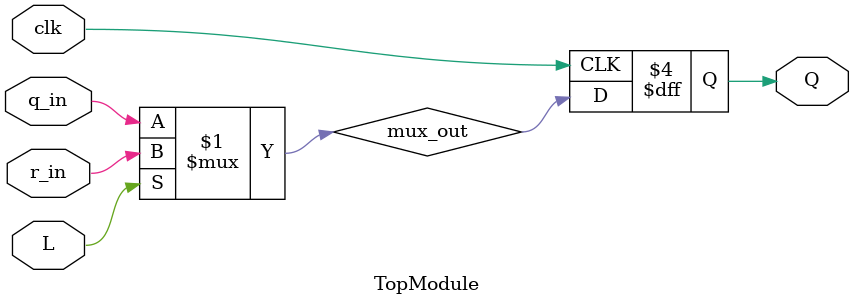
<source format=v>
module TopModule (
  input clk,
  input L,
  input r_in,
  input q_in,
  output reg Q
);

  // Internal wire for mux output
  wire mux_out;
  
  // 2:1 Multiplexer
  // When L=1: select r_in (load)
  // When L=0: select q_in (shift/compute)
  assign mux_out = L ? r_in : q_in;
  
  // D Flip-Flop
  // Register the mux output on positive clock edge
  always @(posedge clk) begin : blk_1
    Q <= mux_out;
  end
  
  // Initialize output
  initial begin : blk_2
    Q = 1'b0;
  end

endmodule

</source>
